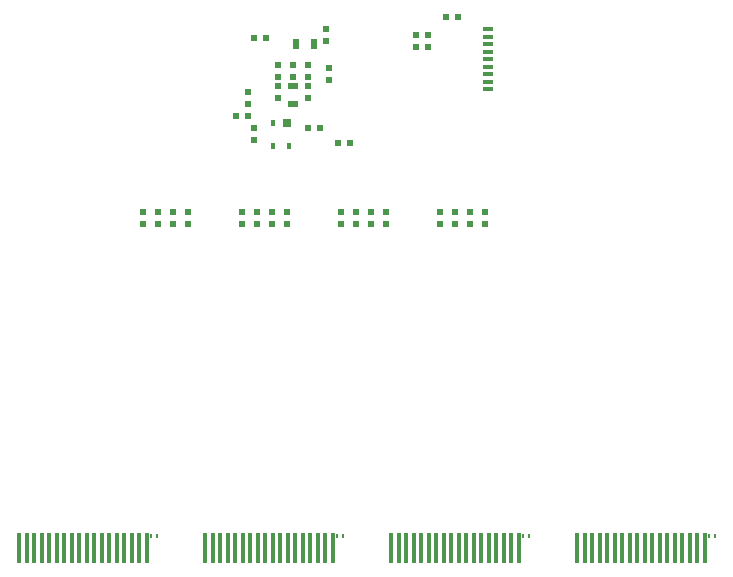
<source format=gbp>
G04 (created by PCBNEW-RS274X (2010-03-14)-final) date Sat 22 Oct 2011 03:19:19 PM EDT*
G01*
G70*
G90*
%MOIN*%
G04 Gerber Fmt 3.4, Leading zero omitted, Abs format*
%FSLAX34Y34*%
G04 APERTURE LIST*
%ADD10C,0.001000*%
%ADD11R,0.010600X0.015700*%
%ADD12R,0.023600X0.019700*%
%ADD13R,0.019700X0.023600*%
%ADD14R,0.035400X0.023600*%
%ADD15R,0.023600X0.035400*%
%ADD16R,0.013000X0.100000*%
%ADD17R,0.016500X0.023600*%
%ADD18R,0.031500X0.027600*%
%ADD19R,0.032000X0.013000*%
G04 APERTURE END LIST*
G54D10*
G54D11*
X22252Y-01500D03*
X22448Y-01500D03*
X34652Y-01500D03*
X34848Y-01500D03*
X40852Y-01500D03*
X41048Y-01500D03*
X28452Y-01500D03*
X28648Y-01500D03*
G54D12*
X23000Y09297D03*
X23000Y08903D03*
X23500Y09297D03*
X23500Y08903D03*
X22500Y09297D03*
X22500Y08903D03*
X22000Y09297D03*
X22000Y08903D03*
X29600Y09297D03*
X29600Y08903D03*
X30100Y09297D03*
X30100Y08903D03*
X29100Y09297D03*
X29100Y08903D03*
X28600Y09297D03*
X28600Y08903D03*
X32900Y09297D03*
X32900Y08903D03*
X33400Y09297D03*
X33400Y08903D03*
X32400Y09297D03*
X32400Y08903D03*
X31900Y09297D03*
X31900Y08903D03*
X26300Y09297D03*
X26300Y08903D03*
X26800Y09297D03*
X26800Y08903D03*
X25800Y09297D03*
X25800Y08903D03*
X25300Y09297D03*
X25300Y08903D03*
X27500Y13803D03*
X27500Y14197D03*
X27500Y13497D03*
X27500Y13103D03*
X27000Y13803D03*
X27000Y14197D03*
X28100Y15003D03*
X28100Y15397D03*
X25500Y13297D03*
X25500Y12903D03*
X25700Y11703D03*
X25700Y12097D03*
G54D13*
X28503Y11600D03*
X28897Y11600D03*
X25103Y12500D03*
X25497Y12500D03*
X27897Y12100D03*
X27503Y12100D03*
G54D12*
X28200Y13703D03*
X28200Y14097D03*
X26500Y13803D03*
X26500Y14197D03*
X26500Y13497D03*
X26500Y13103D03*
G54D14*
X27000Y12905D03*
X27000Y13495D03*
G54D15*
X27105Y14900D03*
X27695Y14900D03*
G54D16*
X17875Y-01900D03*
X18125Y-01900D03*
X18375Y-01900D03*
X18625Y-01900D03*
X18875Y-01900D03*
X19125Y-01900D03*
X19375Y-01900D03*
X19625Y-01900D03*
X19875Y-01900D03*
X20125Y-01900D03*
X20375Y-01900D03*
X20625Y-01900D03*
X20875Y-01900D03*
X21125Y-01900D03*
X21375Y-01900D03*
X21625Y-01900D03*
X21875Y-01900D03*
X22125Y-01900D03*
X30275Y-01900D03*
X30525Y-01900D03*
X30775Y-01900D03*
X31025Y-01900D03*
X31275Y-01900D03*
X31525Y-01900D03*
X31775Y-01900D03*
X32025Y-01900D03*
X32275Y-01900D03*
X32525Y-01900D03*
X32775Y-01900D03*
X33025Y-01900D03*
X33275Y-01900D03*
X33525Y-01900D03*
X33775Y-01900D03*
X34025Y-01900D03*
X34275Y-01900D03*
X34525Y-01900D03*
X36475Y-01900D03*
X36725Y-01900D03*
X36975Y-01900D03*
X37225Y-01900D03*
X37475Y-01900D03*
X37725Y-01900D03*
X37975Y-01900D03*
X38225Y-01900D03*
X38475Y-01900D03*
X38725Y-01900D03*
X38975Y-01900D03*
X39225Y-01900D03*
X39475Y-01900D03*
X39725Y-01900D03*
X39975Y-01900D03*
X40225Y-01900D03*
X40475Y-01900D03*
X40725Y-01900D03*
X24075Y-01900D03*
X24325Y-01900D03*
X24575Y-01900D03*
X24825Y-01900D03*
X25075Y-01900D03*
X25325Y-01900D03*
X25575Y-01900D03*
X25825Y-01900D03*
X26075Y-01900D03*
X26325Y-01900D03*
X26575Y-01900D03*
X26825Y-01900D03*
X27075Y-01900D03*
X27325Y-01900D03*
X27575Y-01900D03*
X27825Y-01900D03*
X28075Y-01900D03*
X28325Y-01900D03*
G54D17*
X26336Y12284D03*
G54D18*
X26789Y12284D03*
G54D17*
X26848Y11496D03*
X26336Y11496D03*
G54D13*
X31103Y15200D03*
X31497Y15200D03*
X32497Y15800D03*
X32103Y15800D03*
X31497Y14800D03*
X31103Y14800D03*
G54D19*
X33500Y15400D03*
X33500Y15150D03*
X33500Y14900D03*
X33500Y14650D03*
X33500Y14400D03*
X33500Y14150D03*
X33500Y13900D03*
X33500Y13650D03*
X33500Y13400D03*
G54D13*
X26097Y15100D03*
X25703Y15100D03*
M02*

</source>
